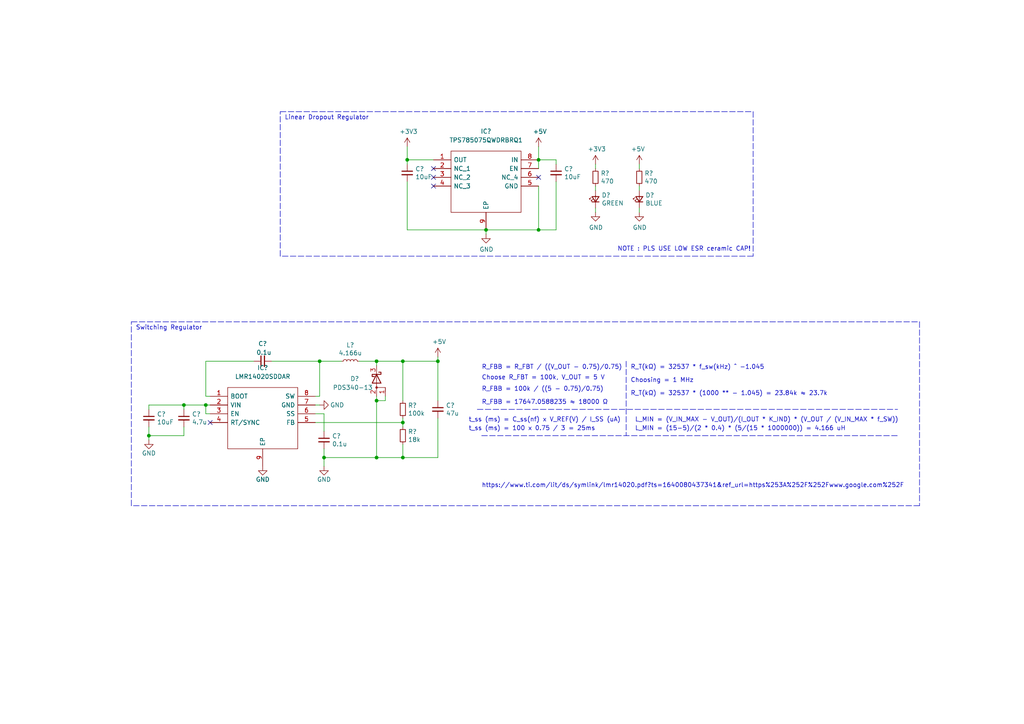
<source format=kicad_sch>
(kicad_sch (version 20211123) (generator eeschema)
  (paper "A4")
  (lib_symbols
    (symbol "Device:C_Small" (pin_numbers hide) (pin_names (offset 0.254) hide)
      (property "Reference" "C" (at 0.254 1.778 0))
      (property "Value" "C_Small" (at 0.254 -2.032 0))
      (symbol "C_Small_0_1"
        (polyline (pts (xy -1.524 -0.508) (xy 1.524 -0.508)) (stroke (width 0.3302)))
        (polyline (pts (xy -1.524 0.508) (xy 1.524 0.508)) (stroke (width 0.3048)))
      )
      (symbol "C_Small_1_1"
        (pin passive line (at 0 2.54 270) (length 2.032) (name "~") (number "1"))
        (pin passive line (at 0 -2.54 90) (length 2.032) (name "~") (number "2"))
      )
    )
    (symbol "Device:D_Schottky_AAK" (pin_names (offset 0) hide)
      (property "Reference" "D" (at 0 2.54 0))
      (property "Value" "D_Schottky_AAK" (at 0 -2.54 0))
      (symbol "D_Schottky_AAK_0_1"
        (polyline (pts (xy 1.27 1.27) (xy 1.27 -1.27) (xy -1.27 0) (xy 1.27 1.27)) (stroke (width 0.254)))
        (polyline (pts (xy 3.81 2.54) (xy 2.54 2.54) (xy 2.54 0) (xy -1.27 0)))
        (polyline (pts (xy -1.905 0.635) (xy -1.905 1.27) (xy -1.27 1.27) (xy -1.27 -1.27) (xy -0.635 -1.27) (xy -0.635 -0.635)) (stroke (width 0.254)))
        (circle (center 2.54 0) (radius 0.254) (fill (type outline)))
      )
      (symbol "D_Schottky_AAK_1_1"
        (pin passive line (at 5.08 2.54 180) (length 2.54) (name "A") (number "1"))
        (pin passive line (at 5.08 0 180) (length 2.54) (name "A") (number "2"))
        (pin passive line (at -3.81 0 0) (length 2.54) (name "K") (number "3"))
      )
    )
    (symbol "Device:LED_Small" (pin_numbers hide) (pin_names (offset 0.254) hide)
      (property "Reference" "D" (at -1.27 3.175 0))
      (property "Value" "LED_Small" (at -4.445 -2.54 0))
      (symbol "LED_Small_0_1"
        (polyline (pts (xy -0.762 -1.016) (xy -0.762 1.016)) (stroke (width 0.254)))
        (polyline (pts (xy 1.016 0) (xy -0.762 0)))
        (polyline (pts (xy 0.762 -1.016) (xy -0.762 0) (xy 0.762 1.016) (xy 0.762 -1.016)) (stroke (width 0.254)))
        (polyline (pts (xy 0 0.762) (xy -0.508 1.27) (xy -0.254 1.27) (xy -0.508 1.27) (xy -0.508 1.016)))
        (polyline (pts (xy 0.508 1.27) (xy 0 1.778) (xy 0.254 1.778) (xy 0 1.778) (xy 0 1.524)))
      )
      (symbol "LED_Small_1_1"
        (pin passive line (at -2.54 0 0) (length 1.778) (name "K") (number "1"))
        (pin passive line (at 2.54 0 180) (length 1.778) (name "A") (number "2"))
      )
    )
    (symbol "Device:L_Small" (pin_numbers hide) (pin_names (offset 0.254) hide)
      (property "Reference" "L" (at 0.762 1.016 0))
      (property "Value" "L_Small" (at 0.762 -1.016 0))
      (symbol "L_Small_0_1"
        (arc (start 0 -2.032) (mid 0.508 -1.524) (end 0 -1.016))
        (arc (start 0 -1.016) (mid 0.508 -0.508) (end 0 0))
        (arc (start 0 0) (mid 0.508 0.508) (end 0 1.016))
        (arc (start 0 1.016) (mid 0.508 1.524) (end 0 2.032))
      )
      (symbol "L_Small_1_1"
        (pin passive line (at 0 2.54 270) (length 0.508) (name "~") (number "1"))
        (pin passive line (at 0 -2.54 90) (length 0.508) (name "~") (number "2"))
      )
    )
    (symbol "Device:R_Small" (pin_numbers hide) (pin_names (offset 0.254) hide)
      (property "Reference" "R" (at 0.762 0.508 0))
      (property "Value" "R_Small" (at 0.762 -1.016 0))
      (symbol "R_Small_0_1"
        (rectangle (start -0.762 1.778) (end 0.762 -1.778) (stroke (width 0.2032)))
      )
      (symbol "R_Small_1_1"
        (pin passive line (at 0 2.54 270) (length 0.762) (name "~") (number "1"))
        (pin passive line (at 0 -2.54 90) (length 0.762) (name "~") (number "2"))
      )
    )
    (symbol "SamacSys_Parts:LMR14020SDDAR" (pin_names (offset 0.762))
      (property "Reference" "IC" (at 26.67 7.62 0))
      (property "Value" "LMR14020SDDAR" (at 26.67 5.08 0))
      (symbol "LMR14020SDDAR_0_0"
        (pin passive line (at 0 0 0) (length 5.08) (name "BOOT") (number "1"))
        (pin passive line (at 0 -2.54 0) (length 5.08) (name "VIN") (number "2"))
        (pin passive line (at 0 -5.08 0) (length 5.08) (name "EN") (number "3"))
        (pin passive line (at 0 -7.62 0) (length 5.08) (name "RT/SYNC") (number "4"))
        (pin passive line (at 30.48 -7.62 180) (length 5.08) (name "FB") (number "5"))
        (pin passive line (at 30.48 -5.08 180) (length 5.08) (name "SS") (number "6"))
        (pin passive line (at 30.48 -2.54 180) (length 5.08) (name "GND") (number "7"))
        (pin passive line (at 30.48 0 180) (length 5.08) (name "SW") (number "8"))
        (pin passive line (at 15.24 -20.32 90) (length 5.08) (name "EP") (number "9"))
      )
      (symbol "LMR14020SDDAR_0_1"
        (polyline (pts (xy 5.08 2.54) (xy 25.4 2.54) (xy 25.4 -15.24) (xy 5.08 -15.24) (xy 5.08 2.54)) (stroke (width 0.1524)))
      )
    )
    (symbol "SamacSys_Parts:TPS785075QWDRBRQ1" (pin_names (offset 0.762))
      (property "Reference" "IC" (at 26.67 7.62 0))
      (property "Value" "TPS785075QWDRBRQ1" (at 26.67 5.08 0))
      (symbol "TPS785075QWDRBRQ1_0_0"
        (pin passive line (at 0 0 0) (length 5.08) (name "OUT") (number "1"))
        (pin passive line (at 0 -2.54 0) (length 5.08) (name "NC_1") (number "2"))
        (pin passive line (at 0 -5.08 0) (length 5.08) (name "NC_2") (number "3"))
        (pin passive line (at 0 -7.62 0) (length 5.08) (name "NC_3") (number "4"))
        (pin passive line (at 30.48 -7.62 180) (length 5.08) (name "GND") (number "5"))
        (pin passive line (at 30.48 -5.08 180) (length 5.08) (name "NC_4") (number "6"))
        (pin passive line (at 30.48 -2.54 180) (length 5.08) (name "EN") (number "7"))
        (pin passive line (at 30.48 0 180) (length 5.08) (name "IN") (number "8"))
        (pin passive line (at 15.24 -20.32 90) (length 5.08) (name "EP") (number "9"))
      )
      (symbol "TPS785075QWDRBRQ1_0_1"
        (polyline (pts (xy 5.08 2.54) (xy 25.4 2.54) (xy 25.4 -15.24) (xy 5.08 -15.24) (xy 5.08 2.54)) (stroke (width 0.1524)))
      )
    )
    (symbol "power:+3.3V" (power) (pin_names (offset 0))
      (property "Value" "+3.3V" (at 0 3.556 0))
      (symbol "+3.3V_0_1"
        (polyline (pts (xy -0.762 1.27) (xy 0 2.54)))
        (polyline (pts (xy 0 0) (xy 0 2.54)))
        (polyline (pts (xy 0 2.54) (xy 0.762 1.27)))
      )
      (symbol "+3.3V_1_1"
        (pin power_in line (at 0 0 90) (length 0) hide (name "+3V3") (number "1"))
      )
    )
    (symbol "power:+5V" (power) (pin_names (offset 0))
      (property "Value" "+5V" (at 0 3.556 0))
      (symbol "+5V_0_1"
        (polyline (pts (xy -0.762 1.27) (xy 0 2.54)))
        (polyline (pts (xy 0 0) (xy 0 2.54)))
        (polyline (pts (xy 0 2.54) (xy 0.762 1.27)))
      )
      (symbol "+5V_1_1"
        (pin power_in line (at 0 0 90) (length 0) hide (name "+5V") (number "1"))
      )
    )
    (symbol "power:GND" (power) (pin_names (offset 0))
      (property "Value" "GND" (at 0 -3.81 0))
      (symbol "GND_0_1"
        (polyline (pts (xy 0 0) (xy 0 -1.27) (xy 1.27 -1.27) (xy 0 -2.54) (xy -1.27 -1.27) (xy 0 -1.27)))
      )
      (symbol "GND_1_1"
        (pin power_in line (at 0 0 270) (length 0) hide (name "GND") (number "1"))
      )
    )
  )
  (junction (at 118.11 46.355))
  (junction (at 156.21 66.675))
  (junction (at 140.97 66.675))
  (junction (at 53.34 117.475))
  (junction (at 109.22 104.775))
  (junction (at 127 104.775))
  (junction (at 109.22 116.205))
  (junction (at 156.21 46.355))
  (junction (at 93.98 132.715))
  (junction (at 116.84 104.775))
  (junction (at 59.69 117.475))
  (junction (at 43.18 126.365))
  (junction (at 92.71 104.775))
  (junction (at 109.22 132.715))
  (junction (at 116.84 132.715))
  (junction (at 116.84 122.555))
  (no_connect (at 125.73 48.895))
  (no_connect (at 156.21 51.435))
  (no_connect (at 60.96 122.555))
  (no_connect (at 125.73 51.435))
  (no_connect (at 125.73 53.975))
  (polyline (pts (xy 181.61 104.775) (xy 181.61 126.365)))
  (wire (pts (xy 60.96 120.015) (xy 59.69 120.015)))
  (wire (pts (xy 156.21 46.355) (xy 156.21 48.895)))
  (wire (pts (xy 43.18 126.365) (xy 53.34 126.365)))
  (polyline (pts (xy 138.43 118.745) (xy 260.35 118.745)))
  (wire (pts (xy 104.14 104.775) (xy 109.22 104.775)))
  (wire (pts (xy 172.72 48.895) (xy 172.72 47.625)))
  (polyline (pts (xy 38.1 146.685) (xy 38.1 93.345)))
  (wire (pts (xy 93.98 120.015) (xy 93.98 125.095)))
  (wire (pts (xy 116.84 121.285) (xy 116.84 122.555)))
  (wire (pts (xy 92.71 117.475) (xy 91.44 117.475)))
  (polyline (pts (xy 218.44 32.385) (xy 218.44 74.295)))
  (wire (pts (xy 185.42 48.895) (xy 185.42 47.625)))
  (polyline (pts (xy 218.44 74.295) (xy 81.28 74.295)))
  (wire (pts (xy 53.34 117.475) (xy 53.34 118.745)))
  (wire (pts (xy 91.44 122.555) (xy 116.84 122.555)))
  (polyline (pts (xy 38.1 93.345) (xy 266.7 93.345)))
  (wire (pts (xy 53.34 117.475) (xy 43.18 117.475)))
  (wire (pts (xy 118.11 66.675) (xy 118.11 52.705)))
  (wire (pts (xy 116.84 104.775) (xy 127 104.775)))
  (wire (pts (xy 116.84 122.555) (xy 116.84 123.825)))
  (wire (pts (xy 156.21 53.975) (xy 156.21 66.675)))
  (wire (pts (xy 127 104.775) (xy 127 103.505)))
  (wire (pts (xy 161.29 66.675) (xy 161.29 52.705)))
  (wire (pts (xy 140.97 66.675) (xy 140.97 67.945)))
  (wire (pts (xy 185.42 61.595) (xy 185.42 60.325)))
  (wire (pts (xy 118.11 42.545) (xy 118.11 46.355)))
  (wire (pts (xy 92.71 104.775) (xy 92.71 114.935)))
  (wire (pts (xy 161.29 46.355) (xy 161.29 47.625)))
  (wire (pts (xy 156.21 66.675) (xy 161.29 66.675)))
  (wire (pts (xy 118.11 46.355) (xy 118.11 47.625)))
  (wire (pts (xy 111.76 116.205) (xy 109.22 116.205)))
  (wire (pts (xy 59.69 114.935) (xy 59.69 104.775)))
  (wire (pts (xy 109.22 116.205) (xy 109.22 114.935)))
  (wire (pts (xy 93.98 130.175) (xy 93.98 132.715)))
  (wire (pts (xy 156.21 66.675) (xy 140.97 66.675)))
  (wire (pts (xy 43.18 118.745) (xy 43.18 117.475)))
  (polyline (pts (xy 81.28 32.385) (xy 218.44 32.385)))
  (polyline (pts (xy 266.7 93.345) (xy 266.7 146.685)))
  (polyline (pts (xy 139.7 126.365) (xy 260.35 126.365)))
  (wire (pts (xy 109.22 104.775) (xy 116.84 104.775)))
  (wire (pts (xy 116.84 104.775) (xy 116.84 116.205)))
  (wire (pts (xy 93.98 132.715) (xy 109.22 132.715)))
  (wire (pts (xy 78.74 104.775) (xy 92.71 104.775)))
  (wire (pts (xy 43.18 126.365) (xy 43.18 127.635)))
  (wire (pts (xy 59.69 104.775) (xy 73.66 104.775)))
  (wire (pts (xy 109.22 116.205) (xy 109.22 132.715)))
  (wire (pts (xy 109.22 104.775) (xy 109.22 106.045)))
  (polyline (pts (xy 266.7 146.685) (xy 38.1 146.685)))
  (wire (pts (xy 172.72 55.245) (xy 172.72 53.975)))
  (wire (pts (xy 156.21 46.355) (xy 161.29 46.355)))
  (wire (pts (xy 59.69 120.015) (xy 59.69 117.475)))
  (wire (pts (xy 127 104.775) (xy 127 116.205)))
  (wire (pts (xy 185.42 53.975) (xy 185.42 55.245)))
  (wire (pts (xy 43.18 123.825) (xy 43.18 126.365)))
  (wire (pts (xy 60.96 117.475) (xy 59.69 117.475)))
  (wire (pts (xy 109.22 132.715) (xy 116.84 132.715)))
  (wire (pts (xy 156.21 42.545) (xy 156.21 46.355)))
  (wire (pts (xy 127 132.715) (xy 116.84 132.715)))
  (wire (pts (xy 92.71 104.775) (xy 99.06 104.775)))
  (wire (pts (xy 60.96 114.935) (xy 59.69 114.935)))
  (wire (pts (xy 59.69 117.475) (xy 53.34 117.475)))
  (wire (pts (xy 53.34 126.365) (xy 53.34 123.825)))
  (wire (pts (xy 116.84 132.715) (xy 116.84 128.905)))
  (wire (pts (xy 172.72 61.595) (xy 172.72 60.325)))
  (wire (pts (xy 127 121.285) (xy 127 132.715)))
  (wire (pts (xy 111.76 114.935) (xy 111.76 116.205)))
  (wire (pts (xy 140.97 66.675) (xy 118.11 66.675)))
  (wire (pts (xy 125.73 46.355) (xy 118.11 46.355)))
  (wire (pts (xy 93.98 132.715) (xy 93.98 135.255)))
  (wire (pts (xy 91.44 120.015) (xy 93.98 120.015)))
  (polyline (pts (xy 81.28 74.295) (xy 81.28 32.385)))
  (wire (pts (xy 92.71 114.935) (xy 91.44 114.935)))
  (text "R_FBB = R_FBT / ((V_OUT - 0.75)/0.75)\n" (at 139.7 107.315 0) (effects (font (size 1.27 1.27)) (justify left bottom)))
  (text "Linear Dropout Regulator" (at 82.55 34.925 0) (effects (font (size 1.27 1.27)) (justify left bottom)))
  (text "NOTE : PLS USE LOW ESR ceramic CAP!\n" (at 179.07 73.025 0) (effects (font (size 1.27 1.27)) (justify left bottom)))
  (text "Switching Regulator" (at 39.37 95.885 0) (effects (font (size 1.27 1.27)) (justify left bottom)))
  (text "R_FBB = 17647.0588235 ≈ 18000 Ω" (at 139.7 117.475 0) (effects (font (size 1.27 1.27)) (justify left bottom)))
  (text "Choose R_FBT = 100k, V_OUT = 5 V\n\n" (at 139.7 112.395 0) (effects (font (size 1.27 1.27)) (justify left bottom)))
  (text "https://www.ti.com/lit/ds/symlink/lmr14020.pdf?ts=1640080437341&ref_url=https%253A%252F%252Fwww.google.com%252F" (at 139.7 141.605 0) (effects (font (size 1.27 1.27)) (justify left bottom)))
  (text "R_FBB = 100k / ((5 - 0.75)/0.75)\n" (at 139.7 113.665 0) (effects (font (size 1.27 1.27)) (justify left bottom)))
  (text "R_T(kΩ) = 32537 * (1000 ** - 1.045) = 23.84k ≈ 23.7k\n" (at 182.88 114.935 0) (effects (font (size 1.27 1.27)) (justify left bottom)))
  (text "t_ss (ms) = C_ss(nf) x V_REF(V) / I_SS (uA)" (at 135.89 122.555 0) (effects (font (size 1.27 1.27)) (justify left bottom)))
  (text "R_T(kΩ) = 32537 * f_sw(kHz) ^ -1.045" (at 182.88 107.315 0) (effects (font (size 1.27 1.27)) (justify left bottom)))
  (text "t_ss (ms) = 100 x 0.75 / 3 = 25ms" (at 135.89 125.095 0) (effects (font (size 1.27 1.27)) (justify left bottom)))
  (text "L_MIN = (15-5)/(2 * 0.4) * (5/(15 * 1000000)) = 4.166 uH" (at 184.15 125.095 0) (effects (font (size 1.27 1.27)) (justify left bottom)))
  (text "Choosing = 1 MHz\n" (at 182.88 111.125 0) (effects (font (size 1.27 1.27)) (justify left bottom)))
  (text "L_MIN = (V_IN_MAX - V_OUT)/(I_OUT * K_IND) * (V_OUT / (V_IN_MAX * f_SW))" (at 184.15 122.555 0) (effects (font (size 1.27 1.27)) (justify left bottom)))
  (symbol (lib_id "Device:L_Small") (at 101.6 104.775 90) (unit 1)
    (property "Reference" "L?" (at 101.6 100.076 90))
    (property "Value" "4.166u" (at 101.6 102.3874 90))
    (property "Footprint" "SamacSys_Parts:VLS6045" (effects hide))
  )
  (symbol (lib_id "Device:C_Small") (at 76.2 104.775 90) (unit 1)
    (property "Reference" "C?" (at 77.47 99.695 90) (effects (justify left)))
    (property "Value" "0.1u" (at 78.74 102.235 90) (effects (justify left)))
    (property "Footprint" "Capacitor_SMD:C_0603_1608Metric" (effects hide))
  )
  (symbol (lib_id "SamacSys_Parts:LMR14020SDDAR") (at 60.96 114.935 0) (unit 1)
    (property "Reference" "IC?" (at 76.2 106.68 0))
    (property "Value" "LMR14020SDDAR" (at 76.2 109.22 0))
    (property "Footprint" "SOIC127P600X170-9N" (effects hide))
    (property "Datasheet" "http://www.ti.com/lit/gpn/lmr14020" (effects hide))
    (property "Description" "SIMPLE SWITCHER, 4V to 40V, 2A 2.2MHz Step-Down Regulator with Low IQ" (effects hide))
    (property "Height" "1.7" (effects hide))
    (property "Manufacturer_Name" "Texas Instruments" (effects hide))
    (property "Manufacturer_Part_Number" "LMR14020SDDAR" (effects hide))
    (property "Mouser Part Number" "595-LMR14020SDDAR" (effects hide))
    (property "Mouser Price/Stock" "https://www.mouser.co.uk/ProductDetail/Texas-Instruments/LMR14020SDDAR?qs=Q2snjRlG%2FBLpJ6bVOizpDA%3D%3D" (effects hide))
    (property "Arrow Part Number" "LMR14020SDDAR" (effects hide))
    (property "Arrow Price/Stock" "https://www.arrow.com/en/products/lmr14020sddar/texas-instruments" (effects hide))
  )
  (symbol (lib_id "Device:C_Small") (at 118.11 50.165 0) (unit 1)
    (property "Reference" "C?" (at 120.4468 48.9966 0) (effects (justify left)))
    (property "Value" "10uF" (at 120.4468 51.308 0) (effects (justify left)))
    (property "Footprint" "Capacitor_SMD:C_0603_1608Metric" (effects hide))
  )
  (symbol (lib_id "Device:C_Small") (at 53.34 121.285 0) (unit 1)
    (property "Reference" "C?" (at 55.6768 120.1166 0) (effects (justify left)))
    (property "Value" "4.7u" (at 55.6768 122.428 0) (effects (justify left)))
    (property "Footprint" "Capacitor_SMD:C_0603_1608Metric" (effects hide))
  )
  (symbol (lib_id "Device:C_Small") (at 93.98 127.635 0) (unit 1)
    (property "Reference" "C?" (at 96.3168 126.4666 0) (effects (justify left)))
    (property "Value" "0.1u" (at 96.3168 128.778 0) (effects (justify left)))
    (property "Footprint" "Capacitor_SMD:C_0603_1608Metric" (effects hide))
  )
  (symbol (lib_id "power:+3.3V") (at 172.72 47.625 0) (unit 1)
    (property "Reference" "#PWR?" (effects hide))
    (property "Value" "+3.3V" (at 173.101 43.2308 0))
  )
  (symbol (lib_id "Device:R_Small") (at 116.84 118.745 0) (unit 1)
    (property "Reference" "R?" (at 118.3386 117.5766 0) (effects (justify left)))
    (property "Value" "100k" (at 118.3386 119.888 0) (effects (justify left)))
    (property "Footprint" "Resistor_SMD:R_0603_1608Metric" (effects hide))
  )
  (symbol (lib_id "power:GND") (at 172.72 61.595 0) (unit 1)
    (property "Reference" "#PWR?" (effects hide))
    (property "Value" "GND" (at 172.847 65.9892 0))
  )
  (symbol (lib_id "power:+5V") (at 156.21 42.545 0) (unit 1)
    (property "Reference" "#PWR?" (effects hide))
    (property "Value" "+5V" (at 156.591 38.1508 0))
  )
  (symbol (lib_id "Device:R_Small") (at 172.72 51.435 0) (unit 1)
    (property "Reference" "R?" (at 174.2186 50.2666 0) (effects (justify left)))
    (property "Value" "470" (at 174.2186 52.578 0) (effects (justify left)))
    (property "Footprint" "Resistor_SMD:R_0603_1608Metric" (effects hide))
  )
  (symbol (lib_id "Device:C_Small") (at 161.29 50.165 0) (unit 1)
    (property "Reference" "C?" (at 163.6268 48.9966 0) (effects (justify left)))
    (property "Value" "10uF" (at 163.6268 51.308 0) (effects (justify left)))
    (property "Footprint" "Capacitor_SMD:C_0603_1608Metric" (effects hide))
  )
  (symbol (lib_id "SamacSys_Parts:TPS785075QWDRBRQ1") (at 125.73 46.355 0) (unit 1)
    (property "Reference" "IC?" (at 140.97 38.1 0))
    (property "Value" "TPS785075QWDRBRQ1" (at 140.97 40.64 0))
    (property "Footprint" "SON65P300X300X100-9N-D" (effects hide))
    (property "Datasheet" "https://www.ti.com/lit/gpn/TPS785-Q1" (effects hide))
    (property "Description" "LDO Voltage Regulators Automotive, 1-A, high-accuracy, adjustable low-dropout (LDO) linear regulator" (effects hide))
    (property "Height" "1" (effects hide))
    (property "Manufacturer_Name" "Texas Instruments" (effects hide))
    (property "Manufacturer_Part_Number" "TPS785075QWDRBRQ1" (effects hide))
    (property "Mouser Part Number" "595-PS785075QWDRBRQ1" (effects hide))
    (property "Mouser Price/Stock" "https://www.mouser.co.uk/ProductDetail/Texas-Instruments/TPS785075QWDRBRQ1?qs=iLbezkQI%252Bsis3HuqmffH5A%3D%3D" (effects hide))
  )
  (symbol (lib_id "power:GND") (at 185.42 61.595 0) (unit 1)
    (property "Reference" "#PWR?" (effects hide))
    (property "Value" "GND" (at 185.547 65.9892 0))
  )
  (symbol (lib_id "Device:LED_Small") (at 172.72 57.785 90) (unit 1)
    (property "Reference" "D?" (at 174.498 56.6166 90) (effects (justify right)))
    (property "Value" "GREEN" (at 174.498 58.928 90) (effects (justify right)))
    (property "Footprint" "LED_SMD:LED_0603_1608Metric" (effects hide))
  )
  (symbol (lib_id "power:GND") (at 93.98 135.255 0) (unit 1)
    (property "Reference" "#PWR?" (effects hide))
    (property "Value" "GND" (at 93.98 139.065 0))
  )
  (symbol (lib_id "Device:C_Small") (at 127 118.745 0) (unit 1)
    (property "Reference" "C?" (at 129.3368 117.5766 0) (effects (justify left)))
    (property "Value" "47u" (at 129.3368 119.888 0) (effects (justify left)))
    (property "Footprint" "Capacitor_SMD:C_0603_1608Metric" (effects hide))
  )
  (symbol (lib_id "Device:R_Small") (at 185.42 51.435 0) (unit 1)
    (property "Reference" "R?" (at 186.9186 50.2666 0) (effects (justify left)))
    (property "Value" "470" (at 186.9186 52.578 0) (effects (justify left)))
    (property "Footprint" "Resistor_SMD:R_0603_1608Metric" (effects hide))
  )
  (symbol (lib_id "Device:C_Small") (at 43.18 121.285 0) (unit 1)
    (property "Reference" "C?" (at 45.5168 120.1166 0) (effects (justify left)))
    (property "Value" "10uF" (at 45.5168 122.428 0) (effects (justify left)))
    (property "Footprint" "Capacitor_SMD:C_0603_1608Metric" (effects hide))
  )
  (symbol (lib_id "power:GND") (at 140.97 67.945 0) (unit 1)
    (property "Reference" "#PWR?" (effects hide))
    (property "Value" "GND" (at 141.097 72.3392 0))
  )
  (symbol (lib_id "Device:LED_Small") (at 185.42 57.785 90) (unit 1)
    (property "Reference" "D?" (at 187.198 56.6166 90) (effects (justify right)))
    (property "Value" "BLUE" (at 187.198 58.928 90) (effects (justify right)))
    (property "Footprint" "LED_SMD:LED_0603_1608Metric" (effects hide))
  )
  (symbol (lib_id "power:+3.3V") (at 118.11 42.545 0) (unit 1)
    (property "Reference" "#PWR?" (effects hide))
    (property "Value" "+3.3V" (at 118.491 38.1508 0))
  )
  (symbol (lib_id "Device:R_Small") (at 116.84 126.365 0) (unit 1)
    (property "Reference" "R?" (at 118.3386 125.1966 0) (effects (justify left)))
    (property "Value" "18k" (at 118.3386 127.508 0) (effects (justify left)))
    (property "Footprint" "Resistor_SMD:R_0603_1608Metric" (effects hide))
  )
  (symbol (lib_id "power:GND") (at 92.71 117.475 90) (unit 1)
    (property "Reference" "#PWR?" (effects hide))
    (property "Value" "GND" (at 97.79 117.475 90))
  )
  (symbol (lib_id "power:GND") (at 76.2 135.255 0) (unit 1)
    (property "Reference" "#PWR?" (effects hide))
    (property "Value" "GND" (at 76.2 139.065 0))
  )
  (symbol (lib_id "power:+5V") (at 185.42 47.625 0) (mirror y) (unit 1)
    (property "Reference" "#PWR?" (effects hide))
    (property "Value" "+5V" (at 185.039 43.2308 0))
  )
  (symbol (lib_id "Device:D_Schottky_AAK") (at 109.22 109.855 270) (unit 1)
    (property "Reference" "D?" (at 101.6 109.855 90) (effects (justify left)))
    (property "Value" "PDS340-13" (at 96.52 112.395 90) (effects (justify left)))
    (property "Footprint" "Diode_SMD:D_Powermite3" (effects hide))
  )
  (symbol (lib_id "power:+5V") (at 127 103.505 0) (unit 1)
    (property "Reference" "#PWR?" (effects hide))
    (property "Value" "+5V" (at 127.381 99.1108 0))
  )
  (symbol (lib_id "power:GND") (at 43.18 127.635 0) (unit 1)
    (property "Reference" "#PWR?" (effects hide))
    (property "Value" "GND" (at 43.18 131.445 0))
  )
)
</source>
